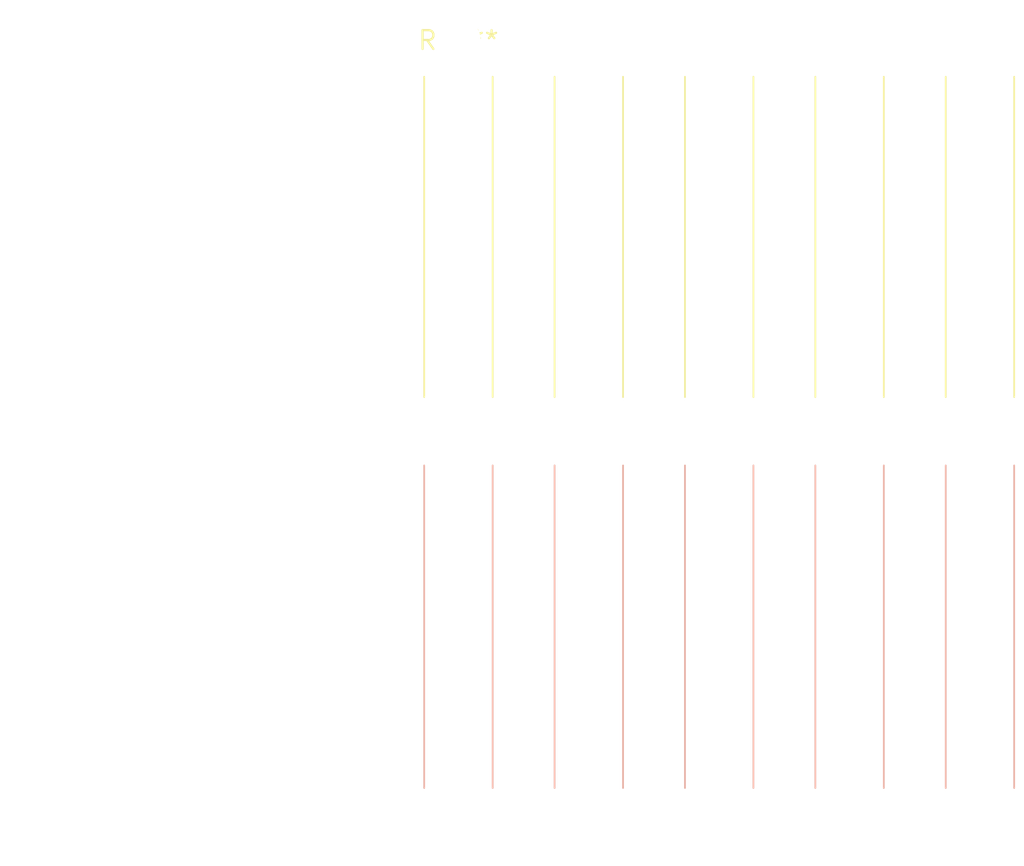
<source format=kicad_pcb>
(kicad_pcb (version 20240108) (generator pcbnew)
  (layers (0 "F.Cu" signal) (31 "B.Cu" signal) (34 "B.Paste" user) (35 "F.Paste" user) (36 "B.SilkS" user "B.Silkscreen") (37 "F.SilkS" user "F.Silkscreen") (38 "B.Mask" user) (39 "F.Mask" user) (44 "Edge.Cuts" user))
  (net 0 "")
  (footprint "SolderWire-2.5sqmm_1x05_P8.8mm_D2.4mm_OD4.4mm_Relief2x" (layer "F.Cu") (at 0 0)
    (property "Reference" "REF**")
    (property "Value" "SolderWire-2.5sqmm_1x05_P8.8mm_D2.4mm_OD4.4mm_Relief2x")
    (fp_line (start -2.31 28.71) (end -2.31 50.49) (layer "B.SilkS") (stroke (width 0.12)))
    (fp_line (start 2.31 28.71) (end 2.31 50.49) (layer "B.SilkS") (stroke (width 0.12)))
    (fp_line (start 6.49 28.71) (end 6.49 50.49) (layer "B.SilkS") (stroke (width 0.12)))
    (fp_line (start 11.11 28.71) (end 11.11 50.49) (layer "B.SilkS") (stroke (width 0.12)))
    (fp_line (start 15.29 28.71) (end 15.29 50.49) (layer "B.SilkS") (stroke (width 0.12)))
    (fp_line (start 19.91 28.71) (end 19.91 50.49) (layer "B.SilkS") (stroke (width 0.12)))
    (fp_line (start 24.09 28.71) (end 24.09 50.49) (layer "B.SilkS") (stroke (width 0.12)))
    (fp_line (start 28.71 28.71) (end 28.71 50.49) (layer "B.SilkS") (stroke (width 0.12)))
    (fp_line (start 32.89 28.71) (end 32.89 50.49) (layer "B.SilkS") (stroke (width 0.12)))
    (fp_line (start 37.51 28.71) (end 37.51 50.49) (layer "B.SilkS") (stroke (width 0.12)))
    (fp_line (start -2.31 2.46) (end -2.31 24.09) (layer "F.SilkS") (stroke (width 0.12)))
    (fp_line (start 2.31 2.46) (end 2.31 24.09) (layer "F.SilkS") (stroke (width 0.12)))
    (fp_line (start 6.49 2.46) (end 6.49 24.09) (layer "F.SilkS") (stroke (width 0.12)))
    (fp_line (start 11.11 2.46) (end 11.11 24.09) (layer "F.SilkS") (stroke (width 0.12)))
    (fp_line (start 15.29 2.46) (end 15.29 24.09) (layer "F.SilkS") (stroke (width 0.12)))
    (fp_line (start 19.91 2.46) (end 19.91 24.09) (layer "F.SilkS") (stroke (width 0.12)))
    (fp_line (start 24.09 2.46) (end 24.09 24.09) (layer "F.SilkS") (stroke (width 0.12)))
    (fp_line (start 28.71 2.46) (end 28.71 24.09) (layer "F.SilkS") (stroke (width 0.12)))
    (fp_line (start 32.89 2.46) (end 32.89 24.09) (layer "F.SilkS") (stroke (width 0.12)))
    (fp_line (start 37.51 2.46) (end 37.51 24.09) (layer "F.SilkS") (stroke (width 0.12)))
    (pad "" np_thru_hole circle (at 0 26.4) (size 4.9 4.9) (drill 4.9) (layers *.Cu *.Mask))
    (pad "" np_thru_hole circle (at 0 52.8) (size 4.9 4.9) (drill 4.9) (layers *.Cu *.Mask))
    (pad "" np_thru_hole circle (at 8.8 26.4) (size 4.9 4.9) (drill 4.9) (layers *.Cu *.Mask))
    (pad "" np_thru_hole circle (at 8.8 52.8) (size 4.9 4.9) (drill 4.9) (layers *.Cu *.Mask))
    (pad "" np_thru_hole circle (at 17.6 26.4) (size 4.9 4.9) (drill 4.9) (layers *.Cu *.Mask))
    (pad "" np_thru_hole circle (at 17.6 52.8) (size 4.9 4.9) (drill 4.9) (layers *.Cu *.Mask))
    (pad "" np_thru_hole circle (at 26.4 26.4) (size 4.9 4.9) (drill 4.9) (layers *.Cu *.Mask))
    (pad "" np_thru_hole circle (at 26.4 52.8) (size 4.9 4.9) (drill 4.9) (layers *.Cu *.Mask))
    (pad "" np_thru_hole circle (at 35.2 26.4) (size 4.9 4.9) (drill 4.9) (layers *.Cu *.Mask))
    (pad "" np_thru_hole circle (at 35.2 52.8) (size 4.9 4.9) (drill 4.9) (layers *.Cu *.Mask))
    (pad "1" thru_hole roundrect (at 0 0) (size 4.4 4.4) (drill 3) (layers *.Cu *.Mask) (remove_unused_layers) (roundrect_rratio 0.056818))
    (pad "2" thru_hole circle (at 8.8 0) (size 4.4 4.4) (drill 3) (layers *.Cu *.Mask) (remove_unused_layers))
    (pad "3" thru_hole circle (at 17.6 0) (size 4.4 4.4) (drill 3) (layers *.Cu *.Mask) (remove_unused_layers))
    (pad "4" thru_hole circle (at 26.4 0) (size 4.4 4.4) (drill 3) (layers *.Cu *.Mask) (remove_unused_layers))
    (pad "5" thru_hole circle (at 35.2 0) (size 4.4 4.4) (drill 3) (layers *.Cu *.Mask) (remove_unused_layers))
  )
)
</source>
